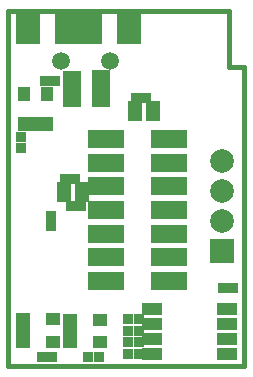
<source format=gbs>
G04 (created by PCBNEW-RS274X (2010-05-05 BZR 2356)-stable) date 2010年10月27日 星期三 23时04分44秒*
G01*
G70*
G90*
%MOIN*%
G04 Gerber Fmt 3.4, Leading zero omitted, Abs format*
%FSLAX34Y34*%
G04 APERTURE LIST*
%ADD10C,0.006000*%
%ADD11C,0.015000*%
%ADD12R,0.038100X0.038100*%
%ADD13R,0.045000X0.065000*%
%ADD14R,0.080000X0.100000*%
%ADD15R,0.065000X0.040000*%
%ADD16R,0.050000X0.040000*%
%ADD17R,0.040000X0.050000*%
%ADD18R,0.059400X0.047600*%
%ADD19C,0.059400*%
%ADD20R,0.118400X0.059400*%
%ADD21R,0.079100X0.079100*%
%ADD22C,0.079100*%
G04 APERTURE END LIST*
G54D10*
G54D11*
X47244Y-41220D02*
X47244Y-41220D01*
X46732Y-41221D02*
X47244Y-41221D01*
X46732Y-39370D02*
X46732Y-41220D01*
X39370Y-51181D02*
X39370Y-39370D01*
X47244Y-51181D02*
X39370Y-51181D01*
X47244Y-41220D02*
X47244Y-51181D01*
X39370Y-39370D02*
X46732Y-39370D01*
G54D12*
X43370Y-50010D03*
X43720Y-50010D03*
X46520Y-48580D03*
X46870Y-48580D03*
X43720Y-49630D03*
X43370Y-49630D03*
X40810Y-46180D03*
X40810Y-46530D03*
X41250Y-44940D03*
X41600Y-44940D03*
X43720Y-50390D03*
X43370Y-50390D03*
X43720Y-50780D03*
X43370Y-50780D03*
X42390Y-50880D03*
X42040Y-50880D03*
X40840Y-50880D03*
X40490Y-50880D03*
X40580Y-41680D03*
X40930Y-41680D03*
X39800Y-43920D03*
X39800Y-43570D03*
G54D13*
X43598Y-42677D03*
X44198Y-42677D03*
X41820Y-45400D03*
X41220Y-45400D03*
G54D14*
X42086Y-39961D03*
X43386Y-39961D03*
G54D15*
X46670Y-50790D03*
X46670Y-50290D03*
X46670Y-49790D03*
X46670Y-49290D03*
X44170Y-49290D03*
X44170Y-49790D03*
X44170Y-50290D03*
X44170Y-50790D03*
G54D16*
X41430Y-50395D03*
X41430Y-49645D03*
X42430Y-50395D03*
X41430Y-50020D03*
X42430Y-49645D03*
G54D17*
X40655Y-43120D03*
X39905Y-43120D03*
X40655Y-42120D03*
X40280Y-43120D03*
X39905Y-42120D03*
G54D16*
X39860Y-50385D03*
X39860Y-49635D03*
X40860Y-50385D03*
X39860Y-50010D03*
X40860Y-49635D03*
G54D18*
X41510Y-42320D03*
X41510Y-41945D03*
X41510Y-41572D03*
X42454Y-41570D03*
X42454Y-41948D03*
X42454Y-42320D03*
G54D19*
X41123Y-41015D03*
X42777Y-41015D03*
G54D12*
X43622Y-42244D03*
X43972Y-42244D03*
X41810Y-45870D03*
X41460Y-45870D03*
G54D20*
X44729Y-43630D03*
X42642Y-43630D03*
X44729Y-44417D03*
X42642Y-44417D03*
X44729Y-45205D03*
X42642Y-45205D03*
X44729Y-45992D03*
X42642Y-45992D03*
X44729Y-46780D03*
X42642Y-46780D03*
X44729Y-47567D03*
X42642Y-47567D03*
X44729Y-48354D03*
X42642Y-48354D03*
G54D21*
X46496Y-47366D03*
G54D22*
X46496Y-46366D03*
X46496Y-45366D03*
X46496Y-44366D03*
G54D14*
X40019Y-39961D03*
X41319Y-39961D03*
M02*

</source>
